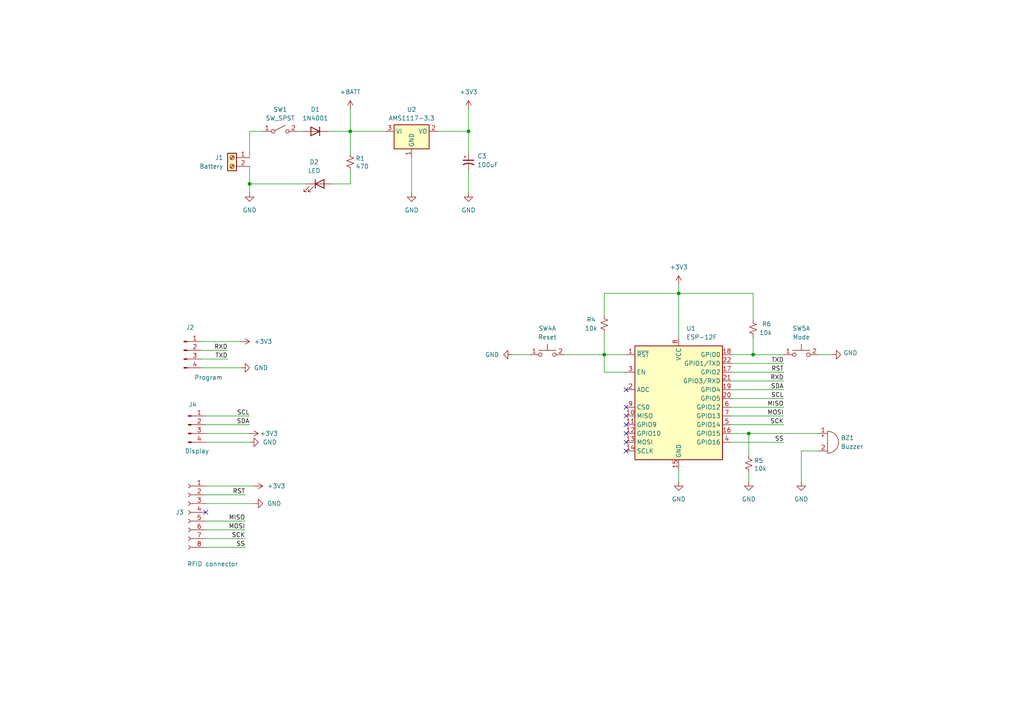
<source format=kicad_sch>
(kicad_sch (version 20231120) (generator "eeschema") (generator_version "8.0")
  (paper "A4")
  (title_block (title "RFID BASED BILLING SYSTEM (WITH QR CODE SCANNER)") (date "2024-03-06") (company "Dar es salaam Institute of Technology (DIT)"))
  (lib_symbols
    (symbol "Connector:Conn_01x04_Pin" (pin_names (offset 1.016) hide)
      (property "Reference" "J" (at 0 5.08 0))
      (property "Value" "Conn_01x04_Pin" (at 0 -7.62 0))
      (symbol "Conn_01x04_Pin_1_1"
        (polyline (pts (xy 1.27 -5.08) (xy 0.8636 -5.08)) (stroke (width 0.1524)))
        (polyline (pts (xy 1.27 -2.54) (xy 0.8636 -2.54)) (stroke (width 0.1524)))
        (polyline (pts (xy 1.27 0) (xy 0.8636 0)) (stroke (width 0.1524)))
        (polyline (pts (xy 1.27 2.54) (xy 0.8636 2.54)) (stroke (width 0.1524)))
        (rectangle (start 0.8636 -4.953) (end 0 -5.207) (stroke (width 0.1524)) (fill (type outline)))
        (rectangle (start 0.8636 -2.413) (end 0 -2.667) (stroke (width 0.1524)) (fill (type outline)))
        (rectangle (start 0.8636 0.127) (end 0 -0.127) (stroke (width 0.1524)) (fill (type outline)))
        (rectangle (start 0.8636 2.667) (end 0 2.413) (stroke (width 0.1524)) (fill (type outline)))
        (pin passive line (at 5.08 2.54 180) (length 3.81) (name "Pin_1") (number "1"))
        (pin passive line (at 5.08 0 180) (length 3.81) (name "Pin_2") (number "2"))
        (pin passive line (at 5.08 -2.54 180) (length 3.81) (name "Pin_3") (number "3"))
        (pin passive line (at 5.08 -5.08 180) (length 3.81) (name "Pin_4") (number "4"))
      )
    )
    (symbol "Connector:Conn_01x08_Socket" (pin_names (offset 1.016) hide)
      (property "Reference" "J" (at 0 10.16 0))
      (property "Value" "Conn_01x08_Socket" (at 0 -12.7 0))
      (symbol "Conn_01x08_Socket_1_1"
        (arc (start 0 -9.652) (mid -0.5058 -10.16) (end 0 -10.668) (stroke (width 0.1524)))
        (arc (start 0 -7.112) (mid -0.5058 -7.62) (end 0 -8.128) (stroke (width 0.1524)))
        (arc (start 0 -4.572) (mid -0.5058 -5.08) (end 0 -5.588) (stroke (width 0.1524)))
        (arc (start 0 -2.032) (mid -0.5058 -2.54) (end 0 -3.048) (stroke (width 0.1524)))
        (polyline (pts (xy -1.27 -10.16) (xy -0.508 -10.16)) (stroke (width 0.1524)))
        (polyline (pts (xy -1.27 -7.62) (xy -0.508 -7.62)) (stroke (width 0.1524)))
        (polyline (pts (xy -1.27 -5.08) (xy -0.508 -5.08)) (stroke (width 0.1524)))
        (polyline (pts (xy -1.27 -2.54) (xy -0.508 -2.54)) (stroke (width 0.1524)))
        (polyline (pts (xy -1.27 0) (xy -0.508 0)) (stroke (width 0.1524)))
        (polyline (pts (xy -1.27 2.54) (xy -0.508 2.54)) (stroke (width 0.1524)))
        (polyline (pts (xy -1.27 5.08) (xy -0.508 5.08)) (stroke (width 0.1524)))
        (polyline (pts (xy -1.27 7.62) (xy -0.508 7.62)) (stroke (width 0.1524)))
        (arc (start 0 0.508) (mid -0.5058 0) (end 0 -0.508) (stroke (width 0.1524)))
        (arc (start 0 3.048) (mid -0.5058 2.54) (end 0 2.032) (stroke (width 0.1524)))
        (arc (start 0 5.588) (mid -0.5058 5.08) (end 0 4.572) (stroke (width 0.1524)))
        (arc (start 0 8.128) (mid -0.5058 7.62) (end 0 7.112) (stroke (width 0.1524)))
        (pin passive line (at -5.08 7.62 0) (length 3.81) (name "Pin_1") (number "1"))
        (pin passive line (at -5.08 5.08 0) (length 3.81) (name "Pin_2") (number "2"))
        (pin passive line (at -5.08 2.54 0) (length 3.81) (name "Pin_3") (number "3"))
        (pin passive line (at -5.08 0 0) (length 3.81) (name "Pin_4") (number "4"))
        (pin passive line (at -5.08 -2.54 0) (length 3.81) (name "Pin_5") (number "5"))
        (pin passive line (at -5.08 -5.08 0) (length 3.81) (name "Pin_6") (number "6"))
        (pin passive line (at -5.08 -7.62 0) (length 3.81) (name "Pin_7") (number "7"))
        (pin passive line (at -5.08 -10.16 0) (length 3.81) (name "Pin_8") (number "8"))
      )
    )
    (symbol "Connector:Screw_Terminal_01x02" (pin_names (offset 1.016) hide)
      (property "Reference" "J" (at 0 2.54 0))
      (property "Value" "Screw_Terminal_01x02" (at 0 -5.08 0))
      (symbol "Screw_Terminal_01x02_1_1"
        (rectangle (start -1.27 1.27) (end 1.27 -3.81) (stroke (width 0.254)) (fill (type background)))
        (circle (center 0 -2.54) (radius 0.635) (stroke (width 0.1524)))
        (polyline (pts (xy -0.5334 -2.2098) (xy 0.3302 -3.048)) (stroke (width 0.1524)))
        (polyline (pts (xy -0.5334 0.3302) (xy 0.3302 -0.508)) (stroke (width 0.1524)))
        (polyline (pts (xy -0.3556 -2.032) (xy 0.508 -2.8702)) (stroke (width 0.1524)))
        (polyline (pts (xy -0.3556 0.508) (xy 0.508 -0.3302)) (stroke (width 0.1524)))
        (circle (center 0 0) (radius 0.635) (stroke (width 0.1524)))
        (pin passive line (at -5.08 0 0) (length 3.81) (name "Pin_1") (number "1"))
        (pin passive line (at -5.08 -2.54 0) (length 3.81) (name "Pin_2") (number "2"))
      )
    )
    (symbol "Device:Buzzer" (pin_names (offset 0.0254) hide)
      (property "Reference" "BZ" (at 3.81 1.27 0))
      (property "Value" "Buzzer" (at 3.81 -1.27 0))
      (symbol "Buzzer_0_1"
        (arc (start 0 -3.175) (mid 3.1612 0) (end 0 3.175))
        (polyline (pts (xy -1.651 1.905) (xy -1.143 1.905)))
        (polyline (pts (xy -1.397 2.159) (xy -1.397 1.651)))
        (polyline (pts (xy 0 3.175) (xy 0 -3.175)))
      )
      (symbol "Buzzer_1_1"
        (pin passive line (at -2.54 2.54 0) (length 2.54) (name "+") (number "1"))
        (pin passive line (at -2.54 -2.54 0) (length 2.54) (name "-") (number "2"))
      )
    )
    (symbol "Device:C_Polarized_Small_US" (pin_numbers hide) (pin_names (offset 0.254) hide)
      (property "Reference" "C" (at 0.254 1.778 0))
      (property "Value" "C_Polarized_Small_US" (at 0.254 -2.032 0))
      (symbol "C_Polarized_Small_US_0_1"
        (polyline (pts (xy -1.524 0.508) (xy 1.524 0.508)) (stroke (width 0.3048)))
        (polyline (pts (xy -1.27 1.524) (xy -0.762 1.524)))
        (polyline (pts (xy -1.016 1.27) (xy -1.016 1.778)))
        (arc (start 1.524 -0.762) (mid 0 -0.3734) (end -1.524 -0.762) (stroke (width 0.3048)))
      )
      (symbol "C_Polarized_Small_US_1_1"
        (pin passive line (at 0 2.54 270) (length 2.032) (name "~") (number "1"))
        (pin passive line (at 0 -2.54 90) (length 2.032) (name "~") (number "2"))
      )
    )
    (symbol "Device:LED" (pin_numbers hide) (pin_names (offset 1.016) hide)
      (property "Reference" "D" (at 0 2.54 0))
      (property "Value" "LED" (at 0 -2.54 0))
      (symbol "LED_0_1"
        (polyline (pts (xy -1.27 -1.27) (xy -1.27 1.27)) (stroke (width 0.254)))
        (polyline (pts (xy -1.27 0) (xy 1.27 0)))
        (polyline (pts (xy 1.27 -1.27) (xy 1.27 1.27) (xy -1.27 0) (xy 1.27 -1.27)) (stroke (width 0.254)))
        (polyline (pts (xy -3.048 -0.762) (xy -4.572 -2.286) (xy -3.81 -2.286) (xy -4.572 -2.286) (xy -4.572 -1.524)))
        (polyline (pts (xy -1.778 -0.762) (xy -3.302 -2.286) (xy -2.54 -2.286) (xy -3.302 -2.286) (xy -3.302 -1.524)))
      )
      (symbol "LED_1_1"
        (pin passive line (at -3.81 0 0) (length 2.54) (name "K") (number "1"))
        (pin passive line (at 3.81 0 180) (length 2.54) (name "A") (number "2"))
      )
    )
    (symbol "Device:R_Small_US" (pin_numbers hide) (pin_names (offset 0.254) hide)
      (property "Reference" "R" (at 0.762 0.508 0))
      (property "Value" "R_Small_US" (at 0.762 -1.016 0))
      (symbol "R_Small_US_1_1"
        (polyline (pts (xy 0 0) (xy 1.016 -0.381) (xy 0 -0.762) (xy -1.016 -1.143) (xy 0 -1.524)))
        (polyline (pts (xy 0 1.524) (xy 1.016 1.143) (xy 0 0.762) (xy -1.016 0.381) (xy 0 0)))
        (pin passive line (at 0 2.54 270) (length 1.016) (name "~") (number "1"))
        (pin passive line (at 0 -2.54 90) (length 1.016) (name "~") (number "2"))
      )
    )
    (symbol "Diode:1N4001" (pin_numbers hide) (pin_names hide)
      (property "Reference" "D" (at 0 2.54 0))
      (property "Value" "1N4001" (at 0 -2.54 0))
      (symbol "1N4001_0_1"
        (polyline (pts (xy -1.27 1.27) (xy -1.27 -1.27)) (stroke (width 0.254)))
        (polyline (pts (xy 1.27 0) (xy -1.27 0)))
        (polyline (pts (xy 1.27 1.27) (xy 1.27 -1.27) (xy -1.27 0) (xy 1.27 1.27)) (stroke (width 0.254)))
      )
      (symbol "1N4001_1_1"
        (pin passive line (at -3.81 0 0) (length 2.54) (name "K") (number "1"))
        (pin passive line (at 3.81 0 180) (length 2.54) (name "A") (number "2"))
      )
    )
    (symbol "RF_Module:ESP-12F"
      (property "Reference" "U" (at -12.7 19.05 0))
      (property "Value" "ESP-12F" (at 12.7 19.05 0))
      (symbol "ESP-12F_0_1"
        (rectangle (start -12.7 17.78) (end 12.7 -15.24) (stroke (width 0.254)) (fill (type background)))
      )
      (symbol "ESP-12F_1_1"
        (pin input line (at -15.24 15.24 0) (length 2.54) (name "~{RST}") (number "1"))
        (pin bidirectional line (at -15.24 -2.54 0) (length 2.54) (name "MISO") (number "10"))
        (pin bidirectional line (at -15.24 -5.08 0) (length 2.54) (name "GPIO9") (number "11"))
        (pin bidirectional line (at -15.24 -7.62 0) (length 2.54) (name "GPIO10") (number "12"))
        (pin bidirectional line (at -15.24 -10.16 0) (length 2.54) (name "MOSI") (number "13"))
        (pin bidirectional line (at -15.24 -12.7 0) (length 2.54) (name "SCLK") (number "14"))
        (pin power_in line (at 0 -17.78 90) (length 2.54) (name "GND") (number "15"))
        (pin bidirectional line (at 15.24 -7.62 180) (length 2.54) (name "GPIO15") (number "16"))
        (pin bidirectional line (at 15.24 10.16 180) (length 2.54) (name "GPIO2") (number "17"))
        (pin bidirectional line (at 15.24 15.24 180) (length 2.54) (name "GPIO0") (number "18"))
        (pin bidirectional line (at 15.24 5.08 180) (length 2.54) (name "GPIO4") (number "19"))
        (pin input line (at -15.24 5.08 0) (length 2.54) (name "ADC") (number "2"))
        (pin bidirectional line (at 15.24 2.54 180) (length 2.54) (name "GPIO5") (number "20"))
        (pin bidirectional line (at 15.24 7.62 180) (length 2.54) (name "GPIO3/RXD") (number "21"))
        (pin bidirectional line (at 15.24 12.7 180) (length 2.54) (name "GPIO1/TXD") (number "22"))
        (pin input line (at -15.24 10.16 0) (length 2.54) (name "EN") (number "3"))
        (pin bidirectional line (at 15.24 -10.16 180) (length 2.54) (name "GPIO16") (number "4"))
        (pin bidirectional line (at 15.24 -5.08 180) (length 2.54) (name "GPIO14") (number "5"))
        (pin bidirectional line (at 15.24 0 180) (length 2.54) (name "GPIO12") (number "6"))
        (pin bidirectional line (at 15.24 -2.54 180) (length 2.54) (name "GPIO13") (number "7"))
        (pin power_in line (at 0 20.32 270) (length 2.54) (name "VCC") (number "8"))
        (pin input line (at -15.24 0 0) (length 2.54) (name "CS0") (number "9"))
      )
    )
    (symbol "Regulator_Linear:AMS1117-3.3"
      (property "Reference" "U" (at -3.81 3.175 0))
      (property "Value" "AMS1117-3.3" (at 0 3.175 0))
      (symbol "AMS1117-3.3_0_1"
        (rectangle (start -5.08 -5.08) (end 5.08 1.905) (stroke (width 0.254)) (fill (type background)))
      )
      (symbol "AMS1117-3.3_1_1"
        (pin power_in line (at 0 -7.62 90) (length 2.54) (name "GND") (number "1"))
        (pin power_out line (at 7.62 0 180) (length 2.54) (name "VO") (number "2"))
        (pin power_in line (at -7.62 0 0) (length 2.54) (name "VI") (number "3"))
      )
    )
    (symbol "Switch:SW_Push_Dual_x2" (pin_names (offset 1.016) hide)
      (property "Reference" "SW" (at 1.27 2.54 0))
      (property "Value" "SW_Push_Dual_x2" (at 0 -1.524 0))
      (symbol "SW_Push_Dual_x2_0_1"
        (circle (center -2.032 0) (radius 0.508))
        (polyline (pts (xy 0 1.27) (xy 0 3.048)))
        (polyline (pts (xy 2.54 1.27) (xy -2.54 1.27)))
        (circle (center 2.032 0) (radius 0.508))
      )
      (symbol "SW_Push_Dual_x2_1_1"
        (pin passive line (at -5.08 0 0) (length 2.54) (name "C") (number "1"))
        (pin passive line (at 5.08 0 180) (length 2.54) (name "D") (number "2"))
      )
      (symbol "SW_Push_Dual_x2_2_1"
        (pin passive line (at -5.08 0 0) (length 2.54) (name "C") (number "3"))
        (pin passive line (at 5.08 0 180) (length 2.54) (name "D") (number "4"))
      )
    )
    (symbol "Switch:SW_SPST" (pin_names (offset 0) hide)
      (property "Reference" "SW" (at 0 3.175 0))
      (property "Value" "SW_SPST" (at 0 -2.54 0))
      (symbol "SW_SPST_0_0"
        (circle (center -2.032 0) (radius 0.508))
        (polyline (pts (xy -1.524 0.254) (xy 1.524 1.778)))
        (circle (center 2.032 0) (radius 0.508))
      )
      (symbol "SW_SPST_1_1"
        (pin passive line (at -5.08 0 0) (length 2.54) (name "A") (number "1"))
        (pin passive line (at 5.08 0 180) (length 2.54) (name "B") (number "2"))
      )
    )
    (symbol "power:+3.3V" (power) (pin_numbers hide) (pin_names (offset 0) hide)
      (property "Value" "+3.3V" (at 0 3.556 0))
      (symbol "+3.3V_0_1"
        (polyline (pts (xy -0.762 1.27) (xy 0 2.54)))
        (polyline (pts (xy 0 0) (xy 0 2.54)))
        (polyline (pts (xy 0 2.54) (xy 0.762 1.27)))
      )
      (symbol "+3.3V_1_1"
        (pin power_in line (at 0 0 90) (length 0) (name "~") (number "1"))
      )
    )
    (symbol "power:+3V3" (power) (pin_numbers hide) (pin_names (offset 0) hide)
      (property "Value" "+3V3" (at 0 3.556 0))
      (symbol "+3V3_0_1"
        (polyline (pts (xy -0.762 1.27) (xy 0 2.54)))
        (polyline (pts (xy 0 0) (xy 0 2.54)))
        (polyline (pts (xy 0 2.54) (xy 0.762 1.27)))
      )
      (symbol "+3V3_1_1"
        (pin power_in line (at 0 0 90) (length 0) (name "~") (number "1"))
      )
    )
    (symbol "power:+5V" (power) (pin_numbers hide) (pin_names (offset 0) hide)
      (property "Value" "+5V" (at 0 3.556 0))
      (symbol "+5V_0_1"
        (polyline (pts (xy -0.762 1.27) (xy 0 2.54)))
        (polyline (pts (xy 0 0) (xy 0 2.54)))
        (polyline (pts (xy 0 2.54) (xy 0.762 1.27)))
      )
      (symbol "+5V_1_1"
        (pin power_in line (at 0 0 90) (length 0) (name "~") (number "1"))
      )
    )
    (symbol "power:+BATT" (power) (pin_numbers hide) (pin_names (offset 0) hide)
      (property "Value" "+BATT" (at 0 3.556 0))
      (symbol "+BATT_0_1"
        (polyline (pts (xy -0.762 1.27) (xy 0 2.54)))
        (polyline (pts (xy 0 0) (xy 0 2.54)))
        (polyline (pts (xy 0 2.54) (xy 0.762 1.27)))
      )
      (symbol "+BATT_1_1"
        (pin power_in line (at 0 0 90) (length 0) (name "~") (number "1"))
      )
    )
    (symbol "power:GND" (power) (pin_numbers hide) (pin_names (offset 0) hide)
      (property "Value" "GND" (at 0 -3.81 0))
      (symbol "GND_0_1"
        (polyline (pts (xy 0 0) (xy 0 -1.27) (xy 1.27 -1.27) (xy 0 -2.54) (xy -1.27 -1.27) (xy 0 -1.27)))
      )
      (symbol "GND_1_1"
        (pin power_in line (at 0 0 270) (length 0) (name "~") (number "1"))
      )
    )
  )
  (junction (at 218.44 102.87))
  (junction (at 135.89 38.1))
  (junction (at 196.85 85.09))
  (junction (at 72.39 53.34))
  (junction (at 101.6 38.1))
  (junction (at 175.26 102.87))
  (junction (at 217.17 125.73))
  (no_connect (at 59.69 148.59))
  (no_connect (at 181.61 113.03))
  (no_connect (at 181.61 123.19))
  (no_connect (at 181.61 128.27))
  (no_connect (at 181.61 130.81))
  (no_connect (at 181.61 120.65))
  (no_connect (at 181.61 118.11))
  (no_connect (at 181.61 125.73))
  (wire (pts (xy 212.09 107.95) (xy 227.33 107.95)))
  (wire (pts (xy 175.26 102.87) (xy 181.61 102.87)))
  (wire (pts (xy 127 38.1) (xy 135.89 38.1)))
  (wire (pts (xy 212.09 125.73) (xy 217.17 125.73)))
  (wire (pts (xy 218.44 85.09) (xy 196.85 85.09)))
  (wire (pts (xy 218.44 102.87) (xy 227.33 102.87)))
  (wire (pts (xy 196.85 82.55) (xy 196.85 85.09)))
  (wire (pts (xy 58.42 104.14) (xy 66.04 104.14)))
  (wire (pts (xy 175.26 91.44) (xy 175.26 85.09)))
  (wire (pts (xy 101.6 31.75) (xy 101.6 38.1)))
  (wire (pts (xy 175.26 96.52) (xy 175.26 102.87)))
  (wire (pts (xy 72.39 38.1) (xy 76.2 38.1)))
  (wire (pts (xy 59.69 120.65) (xy 72.39 120.65)))
  (wire (pts (xy 212.09 113.03) (xy 227.33 113.03)))
  (wire (pts (xy 163.83 102.87) (xy 175.26 102.87)))
  (wire (pts (xy 101.6 49.53) (xy 101.6 53.34)))
  (wire (pts (xy 175.26 85.09) (xy 196.85 85.09)))
  (wire (pts (xy 58.42 99.06) (xy 69.85 99.06)))
  (wire (pts (xy 71.12 156.21) (xy 59.69 156.21)))
  (wire (pts (xy 73.66 140.97) (xy 59.69 140.97)))
  (wire (pts (xy 212.09 110.49) (xy 227.33 110.49)))
  (wire (pts (xy 212.09 115.57) (xy 227.33 115.57)))
  (wire (pts (xy 101.6 53.34) (xy 96.52 53.34)))
  (wire (pts (xy 101.6 38.1) (xy 111.76 38.1)))
  (wire (pts (xy 237.49 102.87) (xy 241.3 102.87)))
  (wire (pts (xy 212.09 118.11) (xy 227.33 118.11)))
  (wire (pts (xy 71.12 151.13) (xy 59.69 151.13)))
  (wire (pts (xy 59.69 128.27) (xy 72.39 128.27)))
  (wire (pts (xy 135.89 38.1) (xy 135.89 44.45)))
  (wire (pts (xy 101.6 38.1) (xy 101.6 44.45)))
  (wire (pts (xy 72.39 48.26) (xy 72.39 53.34)))
  (wire (pts (xy 232.41 130.81) (xy 237.49 130.81)))
  (wire (pts (xy 72.39 53.34) (xy 88.9 53.34)))
  (wire (pts (xy 72.39 53.34) (xy 72.39 55.88)))
  (wire (pts (xy 217.17 125.73) (xy 217.17 132.08)))
  (wire (pts (xy 217.17 125.73) (xy 237.49 125.73)))
  (wire (pts (xy 217.17 137.16) (xy 217.17 139.7)))
  (wire (pts (xy 175.26 102.87) (xy 175.26 107.95)))
  (wire (pts (xy 119.38 45.72) (xy 119.38 55.88)))
  (wire (pts (xy 71.12 153.67) (xy 59.69 153.67)))
  (wire (pts (xy 175.26 107.95) (xy 181.61 107.95)))
  (wire (pts (xy 95.25 38.1) (xy 101.6 38.1)))
  (wire (pts (xy 59.69 123.19) (xy 72.39 123.19)))
  (wire (pts (xy 135.89 49.53) (xy 135.89 55.88)))
  (wire (pts (xy 212.09 123.19) (xy 227.33 123.19)))
  (wire (pts (xy 71.12 158.75) (xy 59.69 158.75)))
  (wire (pts (xy 212.09 120.65) (xy 227.33 120.65)))
  (wire (pts (xy 196.85 85.09) (xy 196.85 97.79)))
  (wire (pts (xy 86.36 38.1) (xy 87.63 38.1)))
  (wire (pts (xy 58.42 106.68) (xy 69.85 106.68)))
  (wire (pts (xy 73.66 146.05) (xy 59.69 146.05)))
  (wire (pts (xy 59.69 125.73) (xy 72.39 125.73)))
  (wire (pts (xy 232.41 130.81) (xy 232.41 139.7)))
  (wire (pts (xy 212.09 105.41) (xy 227.33 105.41)))
  (wire (pts (xy 153.67 102.87) (xy 148.59 102.87)))
  (wire (pts (xy 58.42 101.6) (xy 66.04 101.6)))
  (wire (pts (xy 135.89 31.75) (xy 135.89 38.1)))
  (wire (pts (xy 212.09 102.87) (xy 218.44 102.87)))
  (wire (pts (xy 218.44 97.79) (xy 218.44 102.87)))
  (wire (pts (xy 218.44 92.71) (xy 218.44 85.09)))
  (wire (pts (xy 212.09 128.27) (xy 227.33 128.27)))
  (wire (pts (xy 72.39 45.72) (xy 72.39 38.1)))
  (wire (pts (xy 71.12 143.51) (xy 59.69 143.51)))
  (wire (pts (xy 196.85 135.89) (xy 196.85 139.7)))
  (label "RXD" (at 227.33 110.49 180))
  (label "RST" (at 71.12 143.51 180))
  (label "SS" (at 227.33 128.27 180))
  (label "RST" (at 227.33 107.95 180))
  (label "SCL" (at 72.39 120.65 180))
  (label "SDA" (at 72.39 123.19 180))
  (label "SS" (at 71.12 158.75 180))
  (label "SCK" (at 227.33 123.19 180))
  (label "SDA" (at 227.33 113.03 180))
  (label "SCL" (at 227.33 115.57 180))
  (label "TXD" (at 66.04 104.14 180))
  (label "MOSI" (at 71.12 153.67 180))
  (label "MISO" (at 71.12 151.13 180))
  (label "MISO" (at 227.33 118.11 180))
  (label "TXD" (at 227.33 105.41 180))
  (label "MOSI" (at 227.33 120.65 180))
  (label "RXD" (at 66.04 101.6 180))
  (label "SCK" (at 71.12 156.21 180))
  (symbol (lib_id "Device:LED") (at 92.71 53.34 0) (unit 1)
    (property "Reference" "D2" (at 91.1225 46.99 0))
    (property "Value" "LED" (at 91.1225 49.53 0))
    (property "Footprint" "LED_THT:LED_D5.0mm_Clear" (effects (hide yes)))
    (property "Description" "Light emitting diode" (effects (hide yes)))
  )
  (symbol (lib_id "Connector:Conn_01x04_Pin") (at 53.34 101.6 0) (unit 1)
    (property "Reference" "J2" (at 55.118 94.996 0))
    (property "Value" "Program" (at 60.452 109.474 0))
    (property "Footprint" "Connector_PinHeader_2.54mm:PinHeader_1x04_P2.54mm_Vertical" (effects (hide yes)))
    (property "Description" "Generic connector, single row, 01x04, script generated" (effects (hide yes)))
  )
  (symbol (lib_id "Switch:SW_Push_Dual_x2") (at 158.75 102.87 0) (unit 1)
    (property "Reference" "SW4" (at 158.75 95.25 0))
    (property "Value" "Reset" (at 158.75 97.79 0))
    (property "Footprint" "Button_Switch_THT:SW_PUSH_6mm" (effects (hide yes)))
    (property "Description" "Push button switch, generic, separate symbols, four pins" (effects (hide yes)))
  )
  (symbol (lib_id "Diode:1N4001") (at 91.44 38.1 180) (unit 1)
    (property "Reference" "D1" (at 91.44 31.75 0))
    (property "Value" "1N4001" (at 91.44 34.29 0))
    (property "Footprint" "Diode_THT:D_DO-41_SOD81_P10.16mm_Horizontal" (effects (hide yes)))
    (property "Datasheet" "http://www.vishay.com/docs/88503/1n4001.pdf" (effects (hide yes)))
    (property "Description" "50V 1A General Purpose Rectifier Diode, DO-41" (effects (hide yes)))
    (property "Sim.Device" "D" (effects (hide yes)))
    (property "Sim.Pins" "1=K 2=A" (effects (hide yes)))
  )
  (symbol (lib_id "power:GND") (at 72.39 128.27 90) (unit 1)
    (property "Reference" "#PWR025" (effects (hide yes)))
    (property "Value" "GND" (at 76.2 128.2699 90) (effects (justify right)))
    (property "Description" "Power symbol creates a global label with name \"GND\" , ground" (effects (hide yes)))
  )
  (symbol (lib_id "power:GND") (at 196.85 139.7 0) (unit 1)
    (property "Reference" "#PWR016" (effects (hide yes)))
    (property "Value" "GND" (at 196.85 144.78 0))
  )
  (symbol (lib_id "Switch:SW_Push_Dual_x2") (at 232.41 102.87 0) (unit 1)
    (property "Reference" "SW5" (at 232.41 95.25 0))
    (property "Value" "Mode" (at 232.41 97.79 0))
    (property "Footprint" "Button_Switch_THT:SW_PUSH_6mm" (effects (hide yes)))
    (property "Description" "Push button switch, generic, separate symbols, four pins" (effects (hide yes)))
  )
  (symbol (lib_id "power:GND") (at 232.41 139.7 0) (unit 1)
    (property "Reference" "#PWR021" (effects (hide yes)))
    (property "Value" "GND" (at 232.41 144.78 0))
    (property "Description" "Power symbol creates a global label with name \"GND\" , ground" (effects (hide yes)))
  )
  (symbol (lib_id "Connector:Conn_01x04_Pin") (at 54.61 123.19 0) (unit 1)
    (property "Reference" "J4" (at 55.88 117.348 0))
    (property "Value" "Display" (at 57.15 130.81 0))
    (property "Footprint" "Connector_PinHeader_2.54mm:PinHeader_1x04_P2.54mm_Vertical" (effects (hide yes)))
    (property "Description" "Generic connector, single row, 01x04, script generated" (effects (hide yes)))
  )
  (symbol (lib_id "power:GND") (at 135.89 55.88 0) (unit 1)
    (property "Reference" "#PWR06" (effects (hide yes)))
    (property "Value" "GND" (at 135.89 60.96 0))
    (property "Description" "Power symbol creates a global label with name \"GND\" , ground" (effects (hide yes)))
  )
  (symbol (lib_id "power:+5V") (at 72.39 125.73 270) (unit 1)
    (property "Reference" "#PWR024" (effects (hide yes)))
    (property "Value" "+3V3" (at 77.978 125.73 90))
    (property "Description" "Power symbol creates a global label with name \"+5V\"" (effects (hide yes)))
  )
  (symbol (lib_id "Connector:Screw_Terminal_01x02") (at 67.31 45.72 0) (mirror y) (unit 1)
    (property "Reference" "J1" (at 64.77 45.7199 0) (effects (justify left)))
    (property "Value" "Battery" (at 64.77 48.2599 0) (effects (justify left)))
    (property "Footprint" "TerminalBlock:TerminalBlock_bornier-2_P5.08mm" (effects (hide yes)))
    (property "Description" "Generic screw terminal, single row, 01x02, script generated (kicad-library-utils/schlib/autogen/connector/)" (effects (hide yes)))
  )
  (symbol (lib_id "power:+3V3") (at 69.85 99.06 270) (unit 1)
    (property "Reference" "#PWR019" (effects (hide yes)))
    (property "Value" "+3V3" (at 73.66 99.0599 90) (effects (justify left)))
    (property "Description" "Power symbol creates a global label with name \"+3V3\"" (effects (hide yes)))
  )
  (symbol (lib_id "Device:R_Small_US") (at 101.6 46.99 0) (unit 1)
    (property "Reference" "R1" (at 103.124 45.974 0) (effects (justify left)))
    (property "Value" "470" (at 103.124 48.26 0) (effects (justify left)))
    (property "Footprint" "Resistor_THT:R_Axial_DIN0207_L6.3mm_D2.5mm_P10.16mm_Horizontal" (effects (hide yes)))
  )
  (symbol (lib_id "power:+3.3V") (at 196.85 82.55 0) (unit 1)
    (property "Reference" "#PWR014" (effects (hide yes)))
    (property "Value" "+3V3" (at 196.85 77.47 0))
    (property "Description" "Power symbol creates a global label with name \"+3.3V\"" (effects (hide yes)))
  )
  (symbol (lib_id "Connector:Conn_01x08_Socket") (at 54.61 148.59 0) (mirror y) (unit 1)
    (property "Reference" "J3" (at 53.34 148.5899 0) (effects (justify left)))
    (property "Value" "RFID connector" (at 69.088 163.576 0) (effects (justify left)))
    (property "Footprint" "Connector_PinHeader_2.54mm:PinHeader_1x08_P2.54mm_Vertical" (effects (hide yes)))
    (property "Description" "Generic connector, single row, 01x08, script generated" (effects (hide yes)))
  )
  (symbol (lib_id "power:GND") (at 69.85 106.68 90) (unit 1)
    (property "Reference" "#PWR020" (effects (hide yes)))
    (property "Value" "GND" (at 73.66 106.6799 90) (effects (justify right)))
    (property "Description" "Power symbol creates a global label with name \"GND\" , ground" (effects (hide yes)))
  )
  (symbol (lib_id "power:GND") (at 217.17 139.7 0) (unit 1)
    (property "Reference" "#PWR017" (effects (hide yes)))
    (property "Value" "GND" (at 217.17 144.78 0))
  )
  (symbol (lib_id "RF_Module:ESP-12F") (at 196.85 118.11 0) (unit 1)
    (property "Reference" "U1" (at 199.0441 95.25 0) (effects (justify left)))
    (property "Value" "ESP-12F" (at 199.0441 97.79 0) (effects (justify left)))
    (property "Footprint" "RF_Module:ESP-12E" (effects (hide yes)))
    (property "Datasheet" "http://wiki.ai-thinker.com/_media/esp8266/esp8266_series_modules_user_manual_v1.1.pdf" (effects (hide yes)))
    (property "Description" "802.11 b/g/n Wi-Fi Module" (effects (hide yes)))
  )
  (symbol (lib_id "power:+BATT") (at 101.6 31.75 0) (unit 1)
    (property "Reference" "#PWR015" (effects (hide yes)))
    (property "Value" "+BATT" (at 101.6 26.67 0))
    (property "Description" "Power symbol creates a global label with name \"+BATT\"" (effects (hide yes)))
  )
  (symbol (lib_id "Switch:SW_SPST") (at 81.28 38.1 0) (unit 1)
    (property "Reference" "SW1" (at 81.28 31.75 0))
    (property "Value" "SW_SPST" (at 81.28 34.29 0))
    (property "Footprint" "Connector_PinHeader_2.54mm:PinHeader_1x02_P2.54mm_Vertical" (effects (hide yes)))
    (property "Description" "Single Pole Single Throw (SPST) switch" (effects (hide yes)))
  )
  (symbol (lib_id "Device:R_Small_US") (at 217.17 134.62 0) (unit 1)
    (property "Reference" "R5" (at 218.694 133.604 0) (effects (justify left)))
    (property "Value" "10k" (at 218.694 135.89 0) (effects (justify left)))
    (property "Footprint" "Resistor_THT:R_Axial_DIN0207_L6.3mm_D2.5mm_P10.16mm_Horizontal" (effects (hide yes)))
  )
  (symbol (lib_id "power:GND") (at 72.39 55.88 0) (unit 1)
    (property "Reference" "#PWR01" (effects (hide yes)))
    (property "Value" "GND" (at 72.39 60.96 0))
    (property "Description" "Power symbol creates a global label with name \"GND\" , ground" (effects (hide yes)))
  )
  (symbol (lib_id "power:GND") (at 119.38 55.88 0) (unit 1)
    (property "Reference" "#PWR04" (effects (hide yes)))
    (property "Value" "GND" (at 119.38 60.96 0))
    (property "Description" "Power symbol creates a global label with name \"GND\" , ground" (effects (hide yes)))
  )
  (symbol (lib_id "power:+3V3") (at 135.89 31.75 0) (unit 1)
    (property "Reference" "#PWR07" (effects (hide yes)))
    (property "Value" "+3V3" (at 135.89 26.67 0))
    (property "Description" "Power symbol creates a global label with name \"+3V3\"" (effects (hide yes)))
  )
  (symbol (lib_id "Device:R_Small_US") (at 218.44 95.25 0) (unit 1)
    (property "Reference" "R6" (at 220.98 93.9799 0) (effects (justify left)))
    (property "Value" "10k" (at 220.218 96.52 0) (effects (justify left)))
    (property "Footprint" "Resistor_THT:R_Axial_DIN0207_L6.3mm_D2.5mm_P10.16mm_Horizontal" (effects (hide yes)))
  )
  (symbol (lib_id "power:GND") (at 241.3 102.87 90) (unit 1)
    (property "Reference" "#PWR018" (effects (hide yes)))
    (property "Value" "GND" (at 244.602 102.362 90) (effects (justify right)))
  )
  (symbol (lib_id "power:GND") (at 73.66 146.05 90) (mirror x) (unit 1)
    (property "Reference" "#PWR012" (effects (hide yes)))
    (property "Value" "GND" (at 77.47 146.0499 90) (effects (justify right)))
    (property "Description" "Power symbol creates a global label with name \"GND\" , ground" (effects (hide yes)))
  )
  (symbol (lib_id "power:+3V3") (at 73.66 140.97 270) (mirror x) (unit 1)
    (property "Reference" "#PWR011" (effects (hide yes)))
    (property "Value" "+3V3" (at 77.47 140.9699 90) (effects (justify left)))
    (property "Description" "Power symbol creates a global label with name \"+3V3\"" (effects (hide yes)))
  )
  (symbol (lib_id "Device:Buzzer") (at 240.03 128.27 0) (unit 1)
    (property "Reference" "BZ1" (at 243.84 126.9999 0) (effects (justify left)))
    (property "Value" "Buzzer" (at 243.84 129.5399 0) (effects (justify left)))
    (property "Footprint" "Buzzer_Beeper:Buzzer_15x7.5RM7.6" (effects (hide yes)))
    (property "Description" "Buzzer, polarized" (effects (hide yes)))
  )
  (symbol (lib_id "Device:C_Polarized_Small_US") (at 135.89 46.99 0) (unit 1)
    (property "Reference" "C3" (at 138.43 45.2881 0) (effects (justify left)))
    (property "Value" "100uF" (at 138.43 47.8281 0) (effects (justify left)))
    (property "Footprint" "Capacitor_THT:CP_Radial_D5.0mm_P2.50mm" (effects (hide yes)))
    (property "Description" "Polarized capacitor, small US symbol" (effects (hide yes)))
  )
  (symbol (lib_id "power:GND") (at 148.59 102.87 270) (unit 1)
    (property "Reference" "#PWR013" (effects (hide yes)))
    (property "Value" "GND" (at 144.78 102.8699 90) (effects (justify right)))
  )
  (symbol (lib_id "Regulator_Linear:AMS1117-3.3") (at 119.38 38.1 0) (unit 1)
    (property "Reference" "U2" (at 119.38 31.75 0))
    (property "Value" "AMS1117-3.3" (at 119.38 34.29 0))
    (property "Footprint" "Package_TO_SOT_SMD:SOT-223-3_TabPin2" (effects (hide yes)))
    (property "Datasheet" "http://www.advanced-monolithic.com/pdf/ds1117.pdf" (effects (hide yes)))
    (property "Description" "1A Low Dropout regulator, positive, 3.3V fixed output, SOT-223" (effects (hide yes)))
  )
  (symbol (lib_id "Device:R_Small_US") (at 175.26 93.98 180) (unit 1)
    (property "Reference" "R4" (at 171.45 92.71 0))
    (property "Value" "10k" (at 171.45 95.25 0))
    (property "Footprint" "Resistor_THT:R_Axial_DIN0207_L6.3mm_D2.5mm_P10.16mm_Horizontal" (effects (hide yes)))
  )
)
</source>
